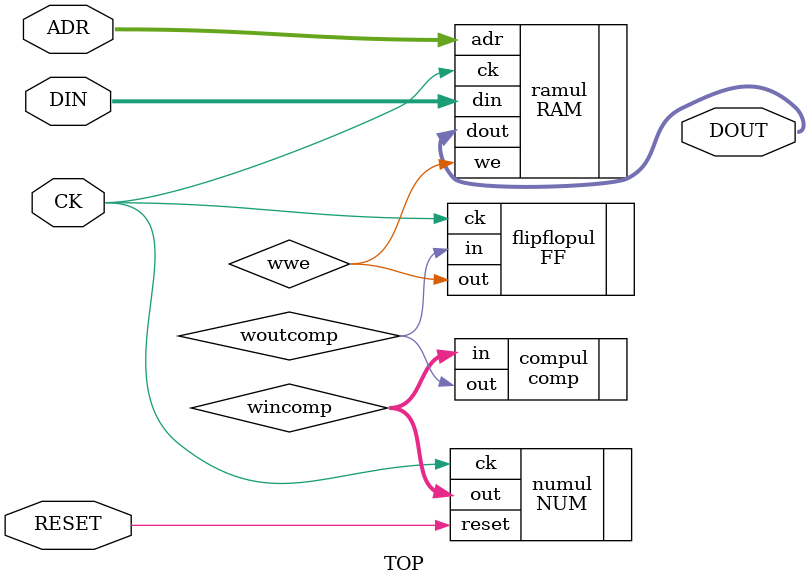
<source format=v>
`timescale 1ns / 1ps

module TOP(
    input RESET,
    input CK,
    input[2:0] ADR,
    input[3:0] DIN,
    output[3:0] DOUT
    );
    
wire[3:0] wincomp;
wire woutcomp, wwe;
NUM numul (.ck(CK),
           .reset(RESET),
           .out(wincomp));

comp compul (.in(wincomp),
             .out(woutcomp));

FF flipflopul (.ck(CK),
               .in(woutcomp),
               .out(wwe));
 
RAM ramul (.ck(CK),
           .we(wwe),
           .adr(ADR),
           .din(DIN),
           .dout(DOUT));
                                        
endmodule

</source>
